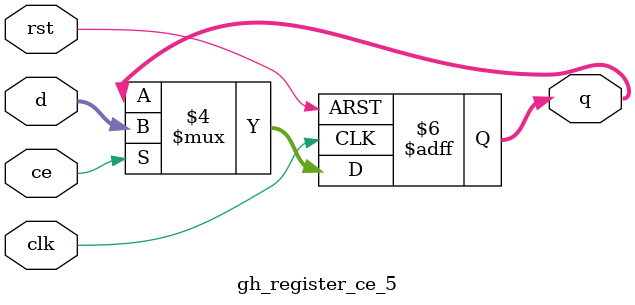
<source format=sv>
module gh_register_ce_5 (
  input logic clk,
  input logic rst,
  input logic ce, // clock enable
  input logic [5-1:0] d,
  output logic [5-1:0] q
);

  always_ff @(posedge clk or posedge rst) begin
    if (rst == 1'b1) q <= 0;
    else begin
      if (ce == 1'b1) q <= d;
    end;
  end;
endmodule : gh_register_ce_5

</source>
